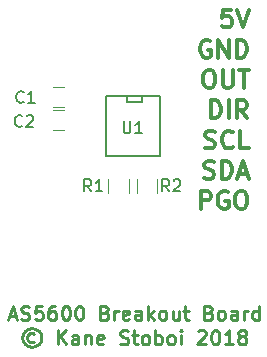
<source format=gto>
G04 #@! TF.FileFunction,Legend,Top*
%FSLAX46Y46*%
G04 Gerber Fmt 4.6, Leading zero omitted, Abs format (unit mm)*
G04 Created by KiCad (PCBNEW 4.0.7) date 08/21/18 13:20:54*
%MOMM*%
%LPD*%
G01*
G04 APERTURE LIST*
%ADD10C,0.100000*%
%ADD11C,0.250000*%
%ADD12C,0.300000*%
%ADD13C,0.120000*%
%ADD14C,0.150000*%
G04 APERTURE END LIST*
D10*
D11*
X130565001Y-132175000D02*
X131136430Y-132175000D01*
X130450716Y-132517857D02*
X130850716Y-131317857D01*
X131250716Y-132517857D01*
X131593572Y-132460714D02*
X131765001Y-132517857D01*
X132050715Y-132517857D01*
X132165001Y-132460714D01*
X132222144Y-132403571D01*
X132279287Y-132289286D01*
X132279287Y-132175000D01*
X132222144Y-132060714D01*
X132165001Y-132003571D01*
X132050715Y-131946429D01*
X131822144Y-131889286D01*
X131707858Y-131832143D01*
X131650715Y-131775000D01*
X131593572Y-131660714D01*
X131593572Y-131546429D01*
X131650715Y-131432143D01*
X131707858Y-131375000D01*
X131822144Y-131317857D01*
X132107858Y-131317857D01*
X132279287Y-131375000D01*
X133365001Y-131317857D02*
X132793572Y-131317857D01*
X132736429Y-131889286D01*
X132793572Y-131832143D01*
X132907858Y-131775000D01*
X133193572Y-131775000D01*
X133307858Y-131832143D01*
X133365001Y-131889286D01*
X133422144Y-132003571D01*
X133422144Y-132289286D01*
X133365001Y-132403571D01*
X133307858Y-132460714D01*
X133193572Y-132517857D01*
X132907858Y-132517857D01*
X132793572Y-132460714D01*
X132736429Y-132403571D01*
X134450715Y-131317857D02*
X134222144Y-131317857D01*
X134107858Y-131375000D01*
X134050715Y-131432143D01*
X133936429Y-131603571D01*
X133879286Y-131832143D01*
X133879286Y-132289286D01*
X133936429Y-132403571D01*
X133993572Y-132460714D01*
X134107858Y-132517857D01*
X134336429Y-132517857D01*
X134450715Y-132460714D01*
X134507858Y-132403571D01*
X134565001Y-132289286D01*
X134565001Y-132003571D01*
X134507858Y-131889286D01*
X134450715Y-131832143D01*
X134336429Y-131775000D01*
X134107858Y-131775000D01*
X133993572Y-131832143D01*
X133936429Y-131889286D01*
X133879286Y-132003571D01*
X135307858Y-131317857D02*
X135422143Y-131317857D01*
X135536429Y-131375000D01*
X135593572Y-131432143D01*
X135650715Y-131546429D01*
X135707858Y-131775000D01*
X135707858Y-132060714D01*
X135650715Y-132289286D01*
X135593572Y-132403571D01*
X135536429Y-132460714D01*
X135422143Y-132517857D01*
X135307858Y-132517857D01*
X135193572Y-132460714D01*
X135136429Y-132403571D01*
X135079286Y-132289286D01*
X135022143Y-132060714D01*
X135022143Y-131775000D01*
X135079286Y-131546429D01*
X135136429Y-131432143D01*
X135193572Y-131375000D01*
X135307858Y-131317857D01*
X136450715Y-131317857D02*
X136565000Y-131317857D01*
X136679286Y-131375000D01*
X136736429Y-131432143D01*
X136793572Y-131546429D01*
X136850715Y-131775000D01*
X136850715Y-132060714D01*
X136793572Y-132289286D01*
X136736429Y-132403571D01*
X136679286Y-132460714D01*
X136565000Y-132517857D01*
X136450715Y-132517857D01*
X136336429Y-132460714D01*
X136279286Y-132403571D01*
X136222143Y-132289286D01*
X136165000Y-132060714D01*
X136165000Y-131775000D01*
X136222143Y-131546429D01*
X136279286Y-131432143D01*
X136336429Y-131375000D01*
X136450715Y-131317857D01*
X138679286Y-131889286D02*
X138850715Y-131946429D01*
X138907858Y-132003571D01*
X138965001Y-132117857D01*
X138965001Y-132289286D01*
X138907858Y-132403571D01*
X138850715Y-132460714D01*
X138736429Y-132517857D01*
X138279286Y-132517857D01*
X138279286Y-131317857D01*
X138679286Y-131317857D01*
X138793572Y-131375000D01*
X138850715Y-131432143D01*
X138907858Y-131546429D01*
X138907858Y-131660714D01*
X138850715Y-131775000D01*
X138793572Y-131832143D01*
X138679286Y-131889286D01*
X138279286Y-131889286D01*
X139479286Y-132517857D02*
X139479286Y-131717857D01*
X139479286Y-131946429D02*
X139536429Y-131832143D01*
X139593572Y-131775000D01*
X139707858Y-131717857D01*
X139822143Y-131717857D01*
X140679286Y-132460714D02*
X140565000Y-132517857D01*
X140336429Y-132517857D01*
X140222143Y-132460714D01*
X140165000Y-132346429D01*
X140165000Y-131889286D01*
X140222143Y-131775000D01*
X140336429Y-131717857D01*
X140565000Y-131717857D01*
X140679286Y-131775000D01*
X140736429Y-131889286D01*
X140736429Y-132003571D01*
X140165000Y-132117857D01*
X141765000Y-132517857D02*
X141765000Y-131889286D01*
X141707857Y-131775000D01*
X141593571Y-131717857D01*
X141365000Y-131717857D01*
X141250714Y-131775000D01*
X141765000Y-132460714D02*
X141650714Y-132517857D01*
X141365000Y-132517857D01*
X141250714Y-132460714D01*
X141193571Y-132346429D01*
X141193571Y-132232143D01*
X141250714Y-132117857D01*
X141365000Y-132060714D01*
X141650714Y-132060714D01*
X141765000Y-132003571D01*
X142336428Y-132517857D02*
X142336428Y-131317857D01*
X142450714Y-132060714D02*
X142793571Y-132517857D01*
X142793571Y-131717857D02*
X142336428Y-132175000D01*
X143479286Y-132517857D02*
X143365000Y-132460714D01*
X143307857Y-132403571D01*
X143250714Y-132289286D01*
X143250714Y-131946429D01*
X143307857Y-131832143D01*
X143365000Y-131775000D01*
X143479286Y-131717857D01*
X143650714Y-131717857D01*
X143765000Y-131775000D01*
X143822143Y-131832143D01*
X143879286Y-131946429D01*
X143879286Y-132289286D01*
X143822143Y-132403571D01*
X143765000Y-132460714D01*
X143650714Y-132517857D01*
X143479286Y-132517857D01*
X144907857Y-131717857D02*
X144907857Y-132517857D01*
X144393571Y-131717857D02*
X144393571Y-132346429D01*
X144450714Y-132460714D01*
X144565000Y-132517857D01*
X144736428Y-132517857D01*
X144850714Y-132460714D01*
X144907857Y-132403571D01*
X145307857Y-131717857D02*
X145765000Y-131717857D01*
X145479285Y-131317857D02*
X145479285Y-132346429D01*
X145536428Y-132460714D01*
X145650714Y-132517857D01*
X145765000Y-132517857D01*
X147479285Y-131889286D02*
X147650714Y-131946429D01*
X147707857Y-132003571D01*
X147765000Y-132117857D01*
X147765000Y-132289286D01*
X147707857Y-132403571D01*
X147650714Y-132460714D01*
X147536428Y-132517857D01*
X147079285Y-132517857D01*
X147079285Y-131317857D01*
X147479285Y-131317857D01*
X147593571Y-131375000D01*
X147650714Y-131432143D01*
X147707857Y-131546429D01*
X147707857Y-131660714D01*
X147650714Y-131775000D01*
X147593571Y-131832143D01*
X147479285Y-131889286D01*
X147079285Y-131889286D01*
X148450714Y-132517857D02*
X148336428Y-132460714D01*
X148279285Y-132403571D01*
X148222142Y-132289286D01*
X148222142Y-131946429D01*
X148279285Y-131832143D01*
X148336428Y-131775000D01*
X148450714Y-131717857D01*
X148622142Y-131717857D01*
X148736428Y-131775000D01*
X148793571Y-131832143D01*
X148850714Y-131946429D01*
X148850714Y-132289286D01*
X148793571Y-132403571D01*
X148736428Y-132460714D01*
X148622142Y-132517857D01*
X148450714Y-132517857D01*
X149879285Y-132517857D02*
X149879285Y-131889286D01*
X149822142Y-131775000D01*
X149707856Y-131717857D01*
X149479285Y-131717857D01*
X149364999Y-131775000D01*
X149879285Y-132460714D02*
X149764999Y-132517857D01*
X149479285Y-132517857D01*
X149364999Y-132460714D01*
X149307856Y-132346429D01*
X149307856Y-132232143D01*
X149364999Y-132117857D01*
X149479285Y-132060714D01*
X149764999Y-132060714D01*
X149879285Y-132003571D01*
X150450713Y-132517857D02*
X150450713Y-131717857D01*
X150450713Y-131946429D02*
X150507856Y-131832143D01*
X150564999Y-131775000D01*
X150679285Y-131717857D01*
X150793570Y-131717857D01*
X151707856Y-132517857D02*
X151707856Y-131317857D01*
X151707856Y-132460714D02*
X151593570Y-132517857D01*
X151364999Y-132517857D01*
X151250713Y-132460714D01*
X151193570Y-132403571D01*
X151136427Y-132289286D01*
X151136427Y-131946429D01*
X151193570Y-131832143D01*
X151250713Y-131775000D01*
X151364999Y-131717857D01*
X151593570Y-131717857D01*
X151707856Y-131775000D01*
X132707858Y-133653571D02*
X132593572Y-133596429D01*
X132365001Y-133596429D01*
X132250715Y-133653571D01*
X132136429Y-133767857D01*
X132079286Y-133882143D01*
X132079286Y-134110714D01*
X132136429Y-134225000D01*
X132250715Y-134339286D01*
X132365001Y-134396429D01*
X132593572Y-134396429D01*
X132707858Y-134339286D01*
X132479286Y-133196429D02*
X132193572Y-133253571D01*
X131907858Y-133425000D01*
X131736429Y-133710714D01*
X131679286Y-133996429D01*
X131736429Y-134282143D01*
X131907858Y-134567857D01*
X132193572Y-134739286D01*
X132479286Y-134796429D01*
X132765001Y-134739286D01*
X133050715Y-134567857D01*
X133222144Y-134282143D01*
X133279286Y-133996429D01*
X133222144Y-133710714D01*
X133050715Y-133425000D01*
X132765001Y-133253571D01*
X132479286Y-133196429D01*
X134707858Y-134567857D02*
X134707858Y-133367857D01*
X135393573Y-134567857D02*
X134879287Y-133882143D01*
X135393573Y-133367857D02*
X134707858Y-134053571D01*
X136422144Y-134567857D02*
X136422144Y-133939286D01*
X136365001Y-133825000D01*
X136250715Y-133767857D01*
X136022144Y-133767857D01*
X135907858Y-133825000D01*
X136422144Y-134510714D02*
X136307858Y-134567857D01*
X136022144Y-134567857D01*
X135907858Y-134510714D01*
X135850715Y-134396429D01*
X135850715Y-134282143D01*
X135907858Y-134167857D01*
X136022144Y-134110714D01*
X136307858Y-134110714D01*
X136422144Y-134053571D01*
X136993572Y-133767857D02*
X136993572Y-134567857D01*
X136993572Y-133882143D02*
X137050715Y-133825000D01*
X137165001Y-133767857D01*
X137336429Y-133767857D01*
X137450715Y-133825000D01*
X137507858Y-133939286D01*
X137507858Y-134567857D01*
X138536429Y-134510714D02*
X138422143Y-134567857D01*
X138193572Y-134567857D01*
X138079286Y-134510714D01*
X138022143Y-134396429D01*
X138022143Y-133939286D01*
X138079286Y-133825000D01*
X138193572Y-133767857D01*
X138422143Y-133767857D01*
X138536429Y-133825000D01*
X138593572Y-133939286D01*
X138593572Y-134053571D01*
X138022143Y-134167857D01*
X139965000Y-134510714D02*
X140136429Y-134567857D01*
X140422143Y-134567857D01*
X140536429Y-134510714D01*
X140593572Y-134453571D01*
X140650715Y-134339286D01*
X140650715Y-134225000D01*
X140593572Y-134110714D01*
X140536429Y-134053571D01*
X140422143Y-133996429D01*
X140193572Y-133939286D01*
X140079286Y-133882143D01*
X140022143Y-133825000D01*
X139965000Y-133710714D01*
X139965000Y-133596429D01*
X140022143Y-133482143D01*
X140079286Y-133425000D01*
X140193572Y-133367857D01*
X140479286Y-133367857D01*
X140650715Y-133425000D01*
X140993572Y-133767857D02*
X141450715Y-133767857D01*
X141165000Y-133367857D02*
X141165000Y-134396429D01*
X141222143Y-134510714D01*
X141336429Y-134567857D01*
X141450715Y-134567857D01*
X142022143Y-134567857D02*
X141907857Y-134510714D01*
X141850714Y-134453571D01*
X141793571Y-134339286D01*
X141793571Y-133996429D01*
X141850714Y-133882143D01*
X141907857Y-133825000D01*
X142022143Y-133767857D01*
X142193571Y-133767857D01*
X142307857Y-133825000D01*
X142365000Y-133882143D01*
X142422143Y-133996429D01*
X142422143Y-134339286D01*
X142365000Y-134453571D01*
X142307857Y-134510714D01*
X142193571Y-134567857D01*
X142022143Y-134567857D01*
X142936428Y-134567857D02*
X142936428Y-133367857D01*
X142936428Y-133825000D02*
X143050714Y-133767857D01*
X143279285Y-133767857D01*
X143393571Y-133825000D01*
X143450714Y-133882143D01*
X143507857Y-133996429D01*
X143507857Y-134339286D01*
X143450714Y-134453571D01*
X143393571Y-134510714D01*
X143279285Y-134567857D01*
X143050714Y-134567857D01*
X142936428Y-134510714D01*
X144193571Y-134567857D02*
X144079285Y-134510714D01*
X144022142Y-134453571D01*
X143964999Y-134339286D01*
X143964999Y-133996429D01*
X144022142Y-133882143D01*
X144079285Y-133825000D01*
X144193571Y-133767857D01*
X144364999Y-133767857D01*
X144479285Y-133825000D01*
X144536428Y-133882143D01*
X144593571Y-133996429D01*
X144593571Y-134339286D01*
X144536428Y-134453571D01*
X144479285Y-134510714D01*
X144364999Y-134567857D01*
X144193571Y-134567857D01*
X145107856Y-134567857D02*
X145107856Y-133767857D01*
X145107856Y-133367857D02*
X145050713Y-133425000D01*
X145107856Y-133482143D01*
X145164999Y-133425000D01*
X145107856Y-133367857D01*
X145107856Y-133482143D01*
X146536428Y-133482143D02*
X146593571Y-133425000D01*
X146707857Y-133367857D01*
X146993571Y-133367857D01*
X147107857Y-133425000D01*
X147165000Y-133482143D01*
X147222143Y-133596429D01*
X147222143Y-133710714D01*
X147165000Y-133882143D01*
X146479286Y-134567857D01*
X147222143Y-134567857D01*
X147965000Y-133367857D02*
X148079285Y-133367857D01*
X148193571Y-133425000D01*
X148250714Y-133482143D01*
X148307857Y-133596429D01*
X148365000Y-133825000D01*
X148365000Y-134110714D01*
X148307857Y-134339286D01*
X148250714Y-134453571D01*
X148193571Y-134510714D01*
X148079285Y-134567857D01*
X147965000Y-134567857D01*
X147850714Y-134510714D01*
X147793571Y-134453571D01*
X147736428Y-134339286D01*
X147679285Y-134110714D01*
X147679285Y-133825000D01*
X147736428Y-133596429D01*
X147793571Y-133482143D01*
X147850714Y-133425000D01*
X147965000Y-133367857D01*
X149507857Y-134567857D02*
X148822142Y-134567857D01*
X149165000Y-134567857D02*
X149165000Y-133367857D01*
X149050714Y-133539286D01*
X148936428Y-133653571D01*
X148822142Y-133710714D01*
X150193571Y-133882143D02*
X150079285Y-133825000D01*
X150022142Y-133767857D01*
X149964999Y-133653571D01*
X149964999Y-133596429D01*
X150022142Y-133482143D01*
X150079285Y-133425000D01*
X150193571Y-133367857D01*
X150422142Y-133367857D01*
X150536428Y-133425000D01*
X150593571Y-133482143D01*
X150650714Y-133596429D01*
X150650714Y-133653571D01*
X150593571Y-133767857D01*
X150536428Y-133825000D01*
X150422142Y-133882143D01*
X150193571Y-133882143D01*
X150079285Y-133939286D01*
X150022142Y-133996429D01*
X149964999Y-134110714D01*
X149964999Y-134339286D01*
X150022142Y-134453571D01*
X150079285Y-134510714D01*
X150193571Y-134567857D01*
X150422142Y-134567857D01*
X150536428Y-134510714D01*
X150593571Y-134453571D01*
X150650714Y-134339286D01*
X150650714Y-134110714D01*
X150593571Y-133996429D01*
X150536428Y-133939286D01*
X150422142Y-133882143D01*
D12*
X146785714Y-123099571D02*
X146785714Y-121599571D01*
X147357142Y-121599571D01*
X147500000Y-121671000D01*
X147571428Y-121742429D01*
X147642857Y-121885286D01*
X147642857Y-122099571D01*
X147571428Y-122242429D01*
X147500000Y-122313857D01*
X147357142Y-122385286D01*
X146785714Y-122385286D01*
X149071428Y-121671000D02*
X148928571Y-121599571D01*
X148714285Y-121599571D01*
X148500000Y-121671000D01*
X148357142Y-121813857D01*
X148285714Y-121956714D01*
X148214285Y-122242429D01*
X148214285Y-122456714D01*
X148285714Y-122742429D01*
X148357142Y-122885286D01*
X148500000Y-123028143D01*
X148714285Y-123099571D01*
X148857142Y-123099571D01*
X149071428Y-123028143D01*
X149142857Y-122956714D01*
X149142857Y-122456714D01*
X148857142Y-122456714D01*
X150071428Y-121599571D02*
X150357142Y-121599571D01*
X150500000Y-121671000D01*
X150642857Y-121813857D01*
X150714285Y-122099571D01*
X150714285Y-122599571D01*
X150642857Y-122885286D01*
X150500000Y-123028143D01*
X150357142Y-123099571D01*
X150071428Y-123099571D01*
X149928571Y-123028143D01*
X149785714Y-122885286D01*
X149714285Y-122599571D01*
X149714285Y-122099571D01*
X149785714Y-121813857D01*
X149928571Y-121671000D01*
X150071428Y-121599571D01*
X147071429Y-120468143D02*
X147285715Y-120539571D01*
X147642858Y-120539571D01*
X147785715Y-120468143D01*
X147857144Y-120396714D01*
X147928572Y-120253857D01*
X147928572Y-120111000D01*
X147857144Y-119968143D01*
X147785715Y-119896714D01*
X147642858Y-119825286D01*
X147357144Y-119753857D01*
X147214286Y-119682429D01*
X147142858Y-119611000D01*
X147071429Y-119468143D01*
X147071429Y-119325286D01*
X147142858Y-119182429D01*
X147214286Y-119111000D01*
X147357144Y-119039571D01*
X147714286Y-119039571D01*
X147928572Y-119111000D01*
X148571429Y-120539571D02*
X148571429Y-119039571D01*
X148928572Y-119039571D01*
X149142857Y-119111000D01*
X149285715Y-119253857D01*
X149357143Y-119396714D01*
X149428572Y-119682429D01*
X149428572Y-119896714D01*
X149357143Y-120182429D01*
X149285715Y-120325286D01*
X149142857Y-120468143D01*
X148928572Y-120539571D01*
X148571429Y-120539571D01*
X150000000Y-120111000D02*
X150714286Y-120111000D01*
X149857143Y-120539571D02*
X150357143Y-119039571D01*
X150857143Y-120539571D01*
X147142857Y-117908143D02*
X147357143Y-117979571D01*
X147714286Y-117979571D01*
X147857143Y-117908143D01*
X147928572Y-117836714D01*
X148000000Y-117693857D01*
X148000000Y-117551000D01*
X147928572Y-117408143D01*
X147857143Y-117336714D01*
X147714286Y-117265286D01*
X147428572Y-117193857D01*
X147285714Y-117122429D01*
X147214286Y-117051000D01*
X147142857Y-116908143D01*
X147142857Y-116765286D01*
X147214286Y-116622429D01*
X147285714Y-116551000D01*
X147428572Y-116479571D01*
X147785714Y-116479571D01*
X148000000Y-116551000D01*
X149500000Y-117836714D02*
X149428571Y-117908143D01*
X149214285Y-117979571D01*
X149071428Y-117979571D01*
X148857143Y-117908143D01*
X148714285Y-117765286D01*
X148642857Y-117622429D01*
X148571428Y-117336714D01*
X148571428Y-117122429D01*
X148642857Y-116836714D01*
X148714285Y-116693857D01*
X148857143Y-116551000D01*
X149071428Y-116479571D01*
X149214285Y-116479571D01*
X149428571Y-116551000D01*
X149500000Y-116622429D01*
X150857143Y-117979571D02*
X150142857Y-117979571D01*
X150142857Y-116479571D01*
X147642857Y-115419571D02*
X147642857Y-113919571D01*
X148000000Y-113919571D01*
X148214285Y-113991000D01*
X148357143Y-114133857D01*
X148428571Y-114276714D01*
X148500000Y-114562429D01*
X148500000Y-114776714D01*
X148428571Y-115062429D01*
X148357143Y-115205286D01*
X148214285Y-115348143D01*
X148000000Y-115419571D01*
X147642857Y-115419571D01*
X149142857Y-115419571D02*
X149142857Y-113919571D01*
X150714286Y-115419571D02*
X150214286Y-114705286D01*
X149857143Y-115419571D02*
X149857143Y-113919571D01*
X150428571Y-113919571D01*
X150571429Y-113991000D01*
X150642857Y-114062429D01*
X150714286Y-114205286D01*
X150714286Y-114419571D01*
X150642857Y-114562429D01*
X150571429Y-114633857D01*
X150428571Y-114705286D01*
X149857143Y-114705286D01*
X147357142Y-111359571D02*
X147642856Y-111359571D01*
X147785714Y-111431000D01*
X147928571Y-111573857D01*
X147999999Y-111859571D01*
X147999999Y-112359571D01*
X147928571Y-112645286D01*
X147785714Y-112788143D01*
X147642856Y-112859571D01*
X147357142Y-112859571D01*
X147214285Y-112788143D01*
X147071428Y-112645286D01*
X146999999Y-112359571D01*
X146999999Y-111859571D01*
X147071428Y-111573857D01*
X147214285Y-111431000D01*
X147357142Y-111359571D01*
X148642857Y-111359571D02*
X148642857Y-112573857D01*
X148714285Y-112716714D01*
X148785714Y-112788143D01*
X148928571Y-112859571D01*
X149214285Y-112859571D01*
X149357143Y-112788143D01*
X149428571Y-112716714D01*
X149500000Y-112573857D01*
X149500000Y-111359571D01*
X150000000Y-111359571D02*
X150857143Y-111359571D01*
X150428572Y-112859571D02*
X150428572Y-111359571D01*
X147571428Y-108871000D02*
X147428571Y-108799571D01*
X147214285Y-108799571D01*
X147000000Y-108871000D01*
X146857142Y-109013857D01*
X146785714Y-109156714D01*
X146714285Y-109442429D01*
X146714285Y-109656714D01*
X146785714Y-109942429D01*
X146857142Y-110085286D01*
X147000000Y-110228143D01*
X147214285Y-110299571D01*
X147357142Y-110299571D01*
X147571428Y-110228143D01*
X147642857Y-110156714D01*
X147642857Y-109656714D01*
X147357142Y-109656714D01*
X148285714Y-110299571D02*
X148285714Y-108799571D01*
X149142857Y-110299571D01*
X149142857Y-108799571D01*
X149857143Y-110299571D02*
X149857143Y-108799571D01*
X150214286Y-108799571D01*
X150428571Y-108871000D01*
X150571429Y-109013857D01*
X150642857Y-109156714D01*
X150714286Y-109442429D01*
X150714286Y-109656714D01*
X150642857Y-109942429D01*
X150571429Y-110085286D01*
X150428571Y-110228143D01*
X150214286Y-110299571D01*
X149857143Y-110299571D01*
X149357144Y-106239571D02*
X148642858Y-106239571D01*
X148571429Y-106953857D01*
X148642858Y-106882429D01*
X148785715Y-106811000D01*
X149142858Y-106811000D01*
X149285715Y-106882429D01*
X149357144Y-106953857D01*
X149428572Y-107096714D01*
X149428572Y-107453857D01*
X149357144Y-107596714D01*
X149285715Y-107668143D01*
X149142858Y-107739571D01*
X148785715Y-107739571D01*
X148642858Y-107668143D01*
X148571429Y-107596714D01*
X149857143Y-106239571D02*
X150357143Y-107739571D01*
X150857143Y-106239571D01*
D13*
X135247000Y-114720000D02*
X134247000Y-114720000D01*
X134247000Y-116420000D02*
X135247000Y-116420000D01*
X134247000Y-114515000D02*
X135247000Y-114515000D01*
X135247000Y-112815000D02*
X134247000Y-112815000D01*
X140707000Y-120558000D02*
X140707000Y-121758000D01*
X138947000Y-121758000D02*
X138947000Y-120558000D01*
X141360000Y-121758000D02*
X141360000Y-120558000D01*
X143120000Y-120558000D02*
X143120000Y-121758000D01*
D14*
X143301000Y-113583000D02*
X143301000Y-118663000D01*
X143301000Y-118663000D02*
X138729000Y-118663000D01*
X138729000Y-118663000D02*
X138729000Y-113583000D01*
X138729000Y-113583000D02*
X143301000Y-113583000D01*
X141777000Y-113583000D02*
X141777000Y-114091000D01*
X141777000Y-114091000D02*
X140507000Y-114091000D01*
X140507000Y-114091000D02*
X140507000Y-113583000D01*
X131786334Y-114022143D02*
X131738715Y-114069762D01*
X131595858Y-114117381D01*
X131500620Y-114117381D01*
X131357762Y-114069762D01*
X131262524Y-113974524D01*
X131214905Y-113879286D01*
X131167286Y-113688810D01*
X131167286Y-113545952D01*
X131214905Y-113355476D01*
X131262524Y-113260238D01*
X131357762Y-113165000D01*
X131500620Y-113117381D01*
X131595858Y-113117381D01*
X131738715Y-113165000D01*
X131786334Y-113212619D01*
X132738715Y-114117381D02*
X132167286Y-114117381D01*
X132453000Y-114117381D02*
X132453000Y-113117381D01*
X132357762Y-113260238D01*
X132262524Y-113355476D01*
X132167286Y-113403095D01*
X131659334Y-116054143D02*
X131611715Y-116101762D01*
X131468858Y-116149381D01*
X131373620Y-116149381D01*
X131230762Y-116101762D01*
X131135524Y-116006524D01*
X131087905Y-115911286D01*
X131040286Y-115720810D01*
X131040286Y-115577952D01*
X131087905Y-115387476D01*
X131135524Y-115292238D01*
X131230762Y-115197000D01*
X131373620Y-115149381D01*
X131468858Y-115149381D01*
X131611715Y-115197000D01*
X131659334Y-115244619D01*
X132040286Y-115244619D02*
X132087905Y-115197000D01*
X132183143Y-115149381D01*
X132421239Y-115149381D01*
X132516477Y-115197000D01*
X132564096Y-115244619D01*
X132611715Y-115339857D01*
X132611715Y-115435095D01*
X132564096Y-115577952D01*
X131992667Y-116149381D01*
X132611715Y-116149381D01*
X137501334Y-121610381D02*
X137168000Y-121134190D01*
X136929905Y-121610381D02*
X136929905Y-120610381D01*
X137310858Y-120610381D01*
X137406096Y-120658000D01*
X137453715Y-120705619D01*
X137501334Y-120800857D01*
X137501334Y-120943714D01*
X137453715Y-121038952D01*
X137406096Y-121086571D01*
X137310858Y-121134190D01*
X136929905Y-121134190D01*
X138453715Y-121610381D02*
X137882286Y-121610381D01*
X138168000Y-121610381D02*
X138168000Y-120610381D01*
X138072762Y-120753238D01*
X137977524Y-120848476D01*
X137882286Y-120896095D01*
X144105334Y-121610381D02*
X143772000Y-121134190D01*
X143533905Y-121610381D02*
X143533905Y-120610381D01*
X143914858Y-120610381D01*
X144010096Y-120658000D01*
X144057715Y-120705619D01*
X144105334Y-120800857D01*
X144105334Y-120943714D01*
X144057715Y-121038952D01*
X144010096Y-121086571D01*
X143914858Y-121134190D01*
X143533905Y-121134190D01*
X144486286Y-120705619D02*
X144533905Y-120658000D01*
X144629143Y-120610381D01*
X144867239Y-120610381D01*
X144962477Y-120658000D01*
X145010096Y-120705619D01*
X145057715Y-120800857D01*
X145057715Y-120896095D01*
X145010096Y-121038952D01*
X144438667Y-121610381D01*
X145057715Y-121610381D01*
X140253095Y-115702381D02*
X140253095Y-116511905D01*
X140300714Y-116607143D01*
X140348333Y-116654762D01*
X140443571Y-116702381D01*
X140634048Y-116702381D01*
X140729286Y-116654762D01*
X140776905Y-116607143D01*
X140824524Y-116511905D01*
X140824524Y-115702381D01*
X141824524Y-116702381D02*
X141253095Y-116702381D01*
X141538809Y-116702381D02*
X141538809Y-115702381D01*
X141443571Y-115845238D01*
X141348333Y-115940476D01*
X141253095Y-115988095D01*
M02*

</source>
